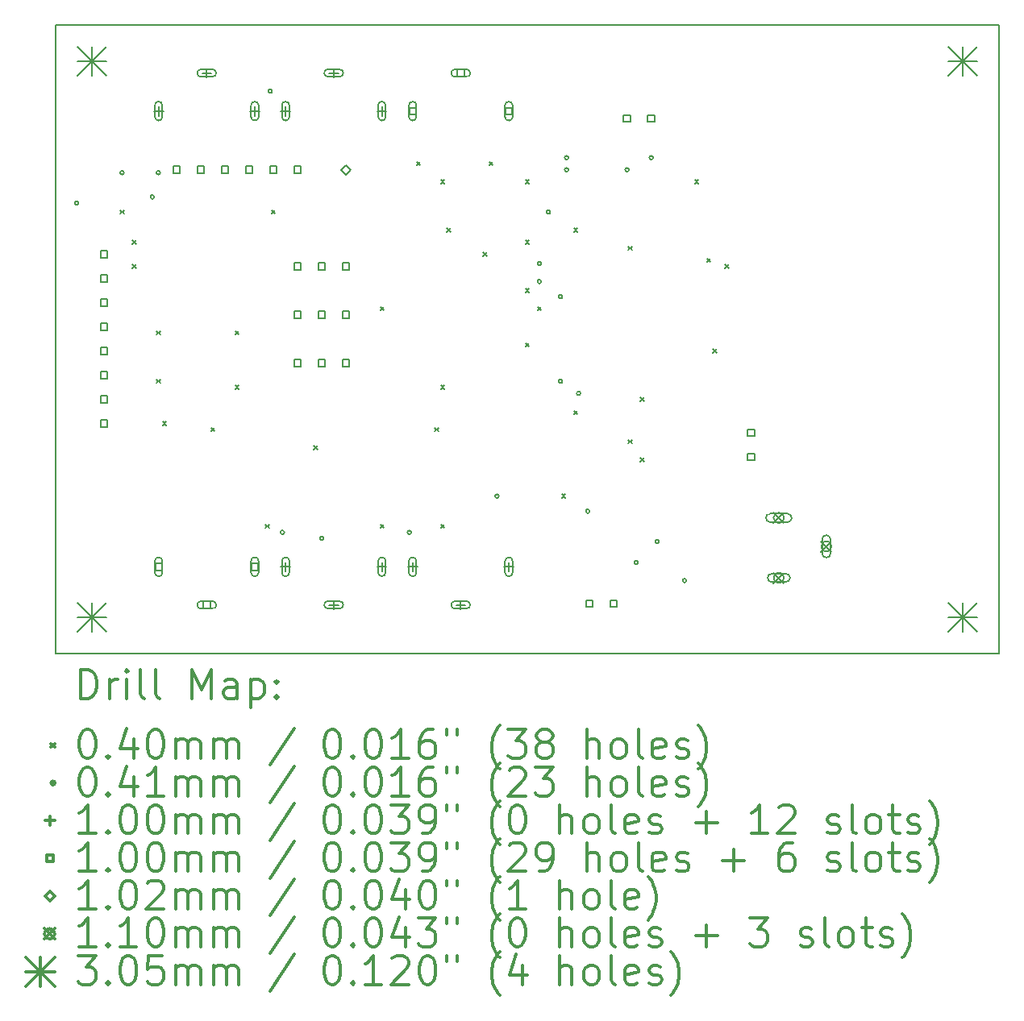
<source format=gbr>
%FSLAX45Y45*%
G04 Gerber Fmt 4.5, Leading zero omitted, Abs format (unit mm)*
G04 Created by KiCad (PCBNEW 4.0.7) date 09/19/17 21:00:15*
%MOMM*%
%LPD*%
G01*
G04 APERTURE LIST*
%ADD10C,0.127000*%
%ADD11C,0.150000*%
%ADD12C,0.200000*%
%ADD13C,0.300000*%
G04 APERTURE END LIST*
D10*
D11*
X9906000Y0D02*
X9906000Y6604000D01*
X0Y0D02*
X0Y6604000D01*
X9906000Y0D02*
X0Y0D01*
X0Y6604000D02*
X9906000Y6604000D01*
D12*
X678500Y4655500D02*
X718500Y4615500D01*
X718500Y4655500D02*
X678500Y4615500D01*
X805500Y4338000D02*
X845500Y4298000D01*
X845500Y4338000D02*
X805500Y4298000D01*
X805500Y4084000D02*
X845500Y4044000D01*
X845500Y4084000D02*
X805500Y4044000D01*
X1059500Y3385500D02*
X1099500Y3345500D01*
X1099500Y3385500D02*
X1059500Y3345500D01*
X1059500Y2877500D02*
X1099500Y2837500D01*
X1099500Y2877500D02*
X1059500Y2837500D01*
X1123000Y2433000D02*
X1163000Y2393000D01*
X1163000Y2433000D02*
X1123000Y2393000D01*
X1631000Y2369500D02*
X1671000Y2329500D01*
X1671000Y2369500D02*
X1631000Y2329500D01*
X1885000Y3385500D02*
X1925000Y3345500D01*
X1925000Y3385500D02*
X1885000Y3345500D01*
X1885000Y2814000D02*
X1925000Y2774000D01*
X1925000Y2814000D02*
X1885000Y2774000D01*
X2202500Y1353500D02*
X2242500Y1313500D01*
X2242500Y1353500D02*
X2202500Y1313500D01*
X2266000Y4655500D02*
X2306000Y4615500D01*
X2306000Y4655500D02*
X2266000Y4615500D01*
X2710500Y2179000D02*
X2750500Y2139000D01*
X2750500Y2179000D02*
X2710500Y2139000D01*
X3409000Y3639500D02*
X3449000Y3599500D01*
X3449000Y3639500D02*
X3409000Y3599500D01*
X3409000Y1353500D02*
X3449000Y1313500D01*
X3449000Y1353500D02*
X3409000Y1313500D01*
X3790000Y5163500D02*
X3830000Y5123500D01*
X3830000Y5163500D02*
X3790000Y5123500D01*
X3980500Y2369500D02*
X4020500Y2329500D01*
X4020500Y2369500D02*
X3980500Y2329500D01*
X4044000Y4973000D02*
X4084000Y4933000D01*
X4084000Y4973000D02*
X4044000Y4933000D01*
X4044000Y2814000D02*
X4084000Y2774000D01*
X4084000Y2814000D02*
X4044000Y2774000D01*
X4044000Y1353500D02*
X4084000Y1313500D01*
X4084000Y1353500D02*
X4044000Y1313500D01*
X4107500Y4465000D02*
X4147500Y4425000D01*
X4147500Y4465000D02*
X4107500Y4425000D01*
X4488500Y4211000D02*
X4528500Y4171000D01*
X4528500Y4211000D02*
X4488500Y4171000D01*
X4552000Y5163500D02*
X4592000Y5123500D01*
X4592000Y5163500D02*
X4552000Y5123500D01*
X4933000Y4973000D02*
X4973000Y4933000D01*
X4973000Y4973000D02*
X4933000Y4933000D01*
X4933000Y4338000D02*
X4973000Y4298000D01*
X4973000Y4338000D02*
X4933000Y4298000D01*
X4933000Y3830000D02*
X4973000Y3790000D01*
X4973000Y3830000D02*
X4933000Y3790000D01*
X4933000Y3258500D02*
X4973000Y3218500D01*
X4973000Y3258500D02*
X4933000Y3218500D01*
X5060000Y3639500D02*
X5100000Y3599500D01*
X5100000Y3639500D02*
X5060000Y3599500D01*
X5314000Y1671000D02*
X5354000Y1631000D01*
X5354000Y1671000D02*
X5314000Y1631000D01*
X5441000Y4465000D02*
X5481000Y4425000D01*
X5481000Y4465000D02*
X5441000Y4425000D01*
X5441000Y2547300D02*
X5481000Y2507300D01*
X5481000Y2547300D02*
X5441000Y2507300D01*
X6012500Y4274500D02*
X6052500Y4234500D01*
X6052500Y4274500D02*
X6012500Y4234500D01*
X6012500Y2242500D02*
X6052500Y2202500D01*
X6052500Y2242500D02*
X6012500Y2202500D01*
X6139500Y2687000D02*
X6179500Y2647000D01*
X6179500Y2687000D02*
X6139500Y2647000D01*
X6139500Y2052000D02*
X6179500Y2012000D01*
X6179500Y2052000D02*
X6139500Y2012000D01*
X6711000Y4973000D02*
X6751000Y4933000D01*
X6751000Y4973000D02*
X6711000Y4933000D01*
X6838000Y4147500D02*
X6878000Y4107500D01*
X6878000Y4147500D02*
X6838000Y4107500D01*
X6901500Y3195000D02*
X6941500Y3155000D01*
X6941500Y3195000D02*
X6901500Y3155000D01*
X7028500Y4084000D02*
X7068500Y4044000D01*
X7068500Y4084000D02*
X7028500Y4044000D01*
X242570Y4730750D02*
G75*
G03X242570Y4730750I-20320J0D01*
G01*
X718820Y5048250D02*
G75*
G03X718820Y5048250I-20320J0D01*
G01*
X1036320Y4794250D02*
G75*
G03X1036320Y4794250I-20320J0D01*
G01*
X1099820Y5048250D02*
G75*
G03X1099820Y5048250I-20320J0D01*
G01*
X2274570Y5905500D02*
G75*
G03X2274570Y5905500I-20320J0D01*
G01*
X2401570Y1270000D02*
G75*
G03X2401570Y1270000I-20320J0D01*
G01*
X2814320Y1206500D02*
G75*
G03X2814320Y1206500I-20320J0D01*
G01*
X3735070Y1270000D02*
G75*
G03X3735070Y1270000I-20320J0D01*
G01*
X4655820Y1651000D02*
G75*
G03X4655820Y1651000I-20320J0D01*
G01*
X5100320Y4095750D02*
G75*
G03X5100320Y4095750I-20320J0D01*
G01*
X5100320Y3905250D02*
G75*
G03X5100320Y3905250I-20320J0D01*
G01*
X5195570Y4635500D02*
G75*
G03X5195570Y4635500I-20320J0D01*
G01*
X5322570Y3746500D02*
G75*
G03X5322570Y3746500I-20320J0D01*
G01*
X5322570Y2857500D02*
G75*
G03X5322570Y2857500I-20320J0D01*
G01*
X5386070Y5207000D02*
G75*
G03X5386070Y5207000I-20320J0D01*
G01*
X5386070Y5080000D02*
G75*
G03X5386070Y5080000I-20320J0D01*
G01*
X5513070Y2730500D02*
G75*
G03X5513070Y2730500I-20320J0D01*
G01*
X5608320Y1492250D02*
G75*
G03X5608320Y1492250I-20320J0D01*
G01*
X6021070Y5080000D02*
G75*
G03X6021070Y5080000I-20320J0D01*
G01*
X6116320Y952500D02*
G75*
G03X6116320Y952500I-20320J0D01*
G01*
X6275070Y5207000D02*
G75*
G03X6275070Y5207000I-20320J0D01*
G01*
X6338570Y1174750D02*
G75*
G03X6338570Y1174750I-20320J0D01*
G01*
X6624320Y762000D02*
G75*
G03X6624320Y762000I-20320J0D01*
G01*
X1082040Y5745988D02*
X1082040Y5646420D01*
X1032256Y5696204D02*
X1131824Y5696204D01*
X1121824Y5636133D02*
X1121824Y5756275D01*
X1042256Y5636133D02*
X1042256Y5756275D01*
X1121824Y5756275D02*
G75*
G03X1042256Y5756275I-39784J0D01*
G01*
X1042256Y5636133D02*
G75*
G03X1121824Y5636133I39784J0D01*
G01*
X1587500Y6145784D02*
X1587500Y6046216D01*
X1537716Y6096000D02*
X1637284Y6096000D01*
X1647571Y6135784D02*
X1527429Y6135784D01*
X1647571Y6056216D02*
X1527429Y6056216D01*
X1527429Y6135784D02*
G75*
G03X1527429Y6056216I0J-39784D01*
G01*
X1647571Y6056216D02*
G75*
G03X1647571Y6135784I0J39784D01*
G01*
X2092960Y5745988D02*
X2092960Y5646420D01*
X2043176Y5696204D02*
X2142744Y5696204D01*
X2132744Y5636133D02*
X2132744Y5756275D01*
X2053176Y5636133D02*
X2053176Y5756275D01*
X2132744Y5756275D02*
G75*
G03X2053176Y5756275I-39784J0D01*
G01*
X2053176Y5636133D02*
G75*
G03X2132744Y5636133I39784J0D01*
G01*
X2415540Y5745988D02*
X2415540Y5646420D01*
X2365756Y5696204D02*
X2465324Y5696204D01*
X2455324Y5636133D02*
X2455324Y5756275D01*
X2375756Y5636133D02*
X2375756Y5756275D01*
X2455324Y5756275D02*
G75*
G03X2375756Y5756275I-39784J0D01*
G01*
X2375756Y5636133D02*
G75*
G03X2455324Y5636133I39784J0D01*
G01*
X2415540Y957580D02*
X2415540Y858012D01*
X2365756Y907796D02*
X2465324Y907796D01*
X2375756Y967867D02*
X2375756Y847725D01*
X2455324Y967867D02*
X2455324Y847725D01*
X2375756Y847725D02*
G75*
G03X2455324Y847725I39784J0D01*
G01*
X2455324Y967867D02*
G75*
G03X2375756Y967867I-39784J0D01*
G01*
X2921000Y6145784D02*
X2921000Y6046216D01*
X2871216Y6096000D02*
X2970784Y6096000D01*
X2981071Y6135784D02*
X2860929Y6135784D01*
X2981071Y6056216D02*
X2860929Y6056216D01*
X2860929Y6135784D02*
G75*
G03X2860929Y6056216I0J-39784D01*
G01*
X2981071Y6056216D02*
G75*
G03X2981071Y6135784I0J39784D01*
G01*
X2921000Y557784D02*
X2921000Y458216D01*
X2871216Y508000D02*
X2970784Y508000D01*
X2860929Y468216D02*
X2981071Y468216D01*
X2860929Y547784D02*
X2981071Y547784D01*
X2981071Y468216D02*
G75*
G03X2981071Y547784I0J39784D01*
G01*
X2860929Y547784D02*
G75*
G03X2860929Y468216I0J-39784D01*
G01*
X3426460Y5745988D02*
X3426460Y5646420D01*
X3376676Y5696204D02*
X3476244Y5696204D01*
X3466244Y5636133D02*
X3466244Y5756275D01*
X3386676Y5636133D02*
X3386676Y5756275D01*
X3466244Y5756275D02*
G75*
G03X3386676Y5756275I-39784J0D01*
G01*
X3386676Y5636133D02*
G75*
G03X3466244Y5636133I39784J0D01*
G01*
X3426460Y957580D02*
X3426460Y858012D01*
X3376676Y907796D02*
X3476244Y907796D01*
X3386676Y967867D02*
X3386676Y847725D01*
X3466244Y967867D02*
X3466244Y847725D01*
X3386676Y847725D02*
G75*
G03X3466244Y847725I39784J0D01*
G01*
X3466244Y967867D02*
G75*
G03X3386676Y967867I-39784J0D01*
G01*
X3749040Y957580D02*
X3749040Y858012D01*
X3699256Y907796D02*
X3798824Y907796D01*
X3709256Y967867D02*
X3709256Y847725D01*
X3788824Y967867D02*
X3788824Y847725D01*
X3709256Y847725D02*
G75*
G03X3788824Y847725I39784J0D01*
G01*
X3788824Y967867D02*
G75*
G03X3709256Y967867I-39784J0D01*
G01*
X4254500Y557784D02*
X4254500Y458216D01*
X4204716Y508000D02*
X4304284Y508000D01*
X4194429Y468216D02*
X4314571Y468216D01*
X4194429Y547784D02*
X4314571Y547784D01*
X4314571Y468216D02*
G75*
G03X4314571Y547784I0J39784D01*
G01*
X4194429Y547784D02*
G75*
G03X4194429Y468216I0J-39784D01*
G01*
X4759960Y957580D02*
X4759960Y858012D01*
X4710176Y907796D02*
X4809744Y907796D01*
X4720176Y967867D02*
X4720176Y847725D01*
X4799744Y967867D02*
X4799744Y847725D01*
X4720176Y847725D02*
G75*
G03X4799744Y847725I39784J0D01*
G01*
X4799744Y967867D02*
G75*
G03X4720176Y967867I-39784J0D01*
G01*
X543356Y4155644D02*
X543356Y4226356D01*
X472644Y4226356D01*
X472644Y4155644D01*
X543356Y4155644D01*
X543356Y3901644D02*
X543356Y3972356D01*
X472644Y3972356D01*
X472644Y3901644D01*
X543356Y3901644D01*
X543356Y3647644D02*
X543356Y3718356D01*
X472644Y3718356D01*
X472644Y3647644D01*
X543356Y3647644D01*
X543356Y3393644D02*
X543356Y3464356D01*
X472644Y3464356D01*
X472644Y3393644D01*
X543356Y3393644D01*
X543356Y3139644D02*
X543356Y3210356D01*
X472644Y3210356D01*
X472644Y3139644D01*
X543356Y3139644D01*
X543356Y2885644D02*
X543356Y2956356D01*
X472644Y2956356D01*
X472644Y2885644D01*
X543356Y2885644D01*
X543356Y2631644D02*
X543356Y2702356D01*
X472644Y2702356D01*
X472644Y2631644D01*
X543356Y2631644D01*
X543356Y2377644D02*
X543356Y2448356D01*
X472644Y2448356D01*
X472644Y2377644D01*
X543356Y2377644D01*
X1117856Y872644D02*
X1117856Y943356D01*
X1047144Y943356D01*
X1047144Y872644D01*
X1117856Y872644D01*
X1042500Y968000D02*
X1042500Y848000D01*
X1122500Y968000D02*
X1122500Y848000D01*
X1042500Y848000D02*
G75*
G03X1122500Y848000I40000J0D01*
G01*
X1122500Y968000D02*
G75*
G03X1042500Y968000I-40000J0D01*
G01*
X1305356Y5044644D02*
X1305356Y5115356D01*
X1234644Y5115356D01*
X1234644Y5044644D01*
X1305356Y5044644D01*
X1559356Y5044644D02*
X1559356Y5115356D01*
X1488644Y5115356D01*
X1488644Y5044644D01*
X1559356Y5044644D01*
X1622856Y472644D02*
X1622856Y543356D01*
X1552144Y543356D01*
X1552144Y472644D01*
X1622856Y472644D01*
X1527500Y468000D02*
X1647500Y468000D01*
X1527500Y548000D02*
X1647500Y548000D01*
X1647500Y468000D02*
G75*
G03X1647500Y548000I0J40000D01*
G01*
X1527500Y548000D02*
G75*
G03X1527500Y468000I0J-40000D01*
G01*
X1813356Y5044644D02*
X1813356Y5115356D01*
X1742644Y5115356D01*
X1742644Y5044644D01*
X1813356Y5044644D01*
X2067356Y5044644D02*
X2067356Y5115356D01*
X1996644Y5115356D01*
X1996644Y5044644D01*
X2067356Y5044644D01*
X2127856Y872644D02*
X2127856Y943356D01*
X2057144Y943356D01*
X2057144Y872644D01*
X2127856Y872644D01*
X2052500Y968000D02*
X2052500Y848000D01*
X2132500Y968000D02*
X2132500Y848000D01*
X2052500Y848000D02*
G75*
G03X2132500Y848000I40000J0D01*
G01*
X2132500Y968000D02*
G75*
G03X2052500Y968000I-40000J0D01*
G01*
X2321356Y5044644D02*
X2321356Y5115356D01*
X2250644Y5115356D01*
X2250644Y5044644D01*
X2321356Y5044644D01*
X2575356Y5044644D02*
X2575356Y5115356D01*
X2504644Y5115356D01*
X2504644Y5044644D01*
X2575356Y5044644D01*
X2575356Y4028644D02*
X2575356Y4099356D01*
X2504644Y4099356D01*
X2504644Y4028644D01*
X2575356Y4028644D01*
X2575356Y3520644D02*
X2575356Y3591356D01*
X2504644Y3591356D01*
X2504644Y3520644D01*
X2575356Y3520644D01*
X2575356Y3012644D02*
X2575356Y3083356D01*
X2504644Y3083356D01*
X2504644Y3012644D01*
X2575356Y3012644D01*
X2829356Y4028644D02*
X2829356Y4099356D01*
X2758644Y4099356D01*
X2758644Y4028644D01*
X2829356Y4028644D01*
X2829356Y3520644D02*
X2829356Y3591356D01*
X2758644Y3591356D01*
X2758644Y3520644D01*
X2829356Y3520644D01*
X2829356Y3012644D02*
X2829356Y3083356D01*
X2758644Y3083356D01*
X2758644Y3012644D01*
X2829356Y3012644D01*
X3083356Y4028644D02*
X3083356Y4099356D01*
X3012644Y4099356D01*
X3012644Y4028644D01*
X3083356Y4028644D01*
X3083356Y3520644D02*
X3083356Y3591356D01*
X3012644Y3591356D01*
X3012644Y3520644D01*
X3083356Y3520644D01*
X3083356Y3012644D02*
X3083356Y3083356D01*
X3012644Y3083356D01*
X3012644Y3012644D01*
X3083356Y3012644D01*
X3784856Y5660644D02*
X3784856Y5731356D01*
X3714144Y5731356D01*
X3714144Y5660644D01*
X3784856Y5660644D01*
X3789500Y5636000D02*
X3789500Y5756000D01*
X3709500Y5636000D02*
X3709500Y5756000D01*
X3789500Y5756000D02*
G75*
G03X3709500Y5756000I-40000J0D01*
G01*
X3709500Y5636000D02*
G75*
G03X3789500Y5636000I40000J0D01*
G01*
X4289856Y6060644D02*
X4289856Y6131356D01*
X4219144Y6131356D01*
X4219144Y6060644D01*
X4289856Y6060644D01*
X4314500Y6136000D02*
X4194500Y6136000D01*
X4314500Y6056000D02*
X4194500Y6056000D01*
X4194500Y6136000D02*
G75*
G03X4194500Y6056000I0J-40000D01*
G01*
X4314500Y6056000D02*
G75*
G03X4314500Y6136000I0J40000D01*
G01*
X4794856Y5660644D02*
X4794856Y5731356D01*
X4724144Y5731356D01*
X4724144Y5660644D01*
X4794856Y5660644D01*
X4799500Y5636000D02*
X4799500Y5756000D01*
X4719500Y5636000D02*
X4719500Y5756000D01*
X4799500Y5756000D02*
G75*
G03X4719500Y5756000I-40000J0D01*
G01*
X4719500Y5636000D02*
G75*
G03X4799500Y5636000I40000J0D01*
G01*
X5639231Y488519D02*
X5639231Y559231D01*
X5568519Y559231D01*
X5568519Y488519D01*
X5639231Y488519D01*
X5893231Y488519D02*
X5893231Y559231D01*
X5822519Y559231D01*
X5822519Y488519D01*
X5893231Y488519D01*
X6036106Y5584394D02*
X6036106Y5655106D01*
X5965394Y5655106D01*
X5965394Y5584394D01*
X6036106Y5584394D01*
X6290106Y5584394D02*
X6290106Y5655106D01*
X6219394Y5655106D01*
X6219394Y5584394D01*
X6290106Y5584394D01*
X7337856Y2282394D02*
X7337856Y2353106D01*
X7267144Y2353106D01*
X7267144Y2282394D01*
X7337856Y2282394D01*
X7337856Y2028394D02*
X7337856Y2099106D01*
X7267144Y2099106D01*
X7267144Y2028394D01*
X7337856Y2028394D01*
X3048000Y5029200D02*
X3098800Y5080000D01*
X3048000Y5130800D01*
X2997200Y5080000D01*
X3048000Y5029200D01*
X7539600Y1477400D02*
X7649600Y1367400D01*
X7649600Y1477400D02*
X7539600Y1367400D01*
X7649600Y1422400D02*
G75*
G03X7649600Y1422400I-55000J0D01*
G01*
X7504600Y1377400D02*
X7684600Y1377400D01*
X7504600Y1467400D02*
X7684600Y1467400D01*
X7684600Y1377400D02*
G75*
G03X7684600Y1467400I0J45000D01*
G01*
X7504600Y1467400D02*
G75*
G03X7504600Y1377400I0J-45000D01*
G01*
X7539600Y847400D02*
X7649600Y737400D01*
X7649600Y847400D02*
X7539600Y737400D01*
X7649600Y792400D02*
G75*
G03X7649600Y792400I-55000J0D01*
G01*
X7522600Y747400D02*
X7666600Y747400D01*
X7522600Y837400D02*
X7666600Y837400D01*
X7666600Y747400D02*
G75*
G03X7666600Y837400I0J45000D01*
G01*
X7522600Y837400D02*
G75*
G03X7522600Y747400I0J-45000D01*
G01*
X8039600Y1177400D02*
X8149600Y1067400D01*
X8149600Y1177400D02*
X8039600Y1067400D01*
X8149600Y1122400D02*
G75*
G03X8149600Y1122400I-55000J0D01*
G01*
X8139600Y1050400D02*
X8139600Y1194400D01*
X8049600Y1050400D02*
X8049600Y1194400D01*
X8139600Y1194400D02*
G75*
G03X8049600Y1194400I-45000J0D01*
G01*
X8049600Y1050400D02*
G75*
G03X8139600Y1050400I45000J0D01*
G01*
X228600Y6375400D02*
X533400Y6070600D01*
X533400Y6375400D02*
X228600Y6070600D01*
X381000Y6375400D02*
X381000Y6070600D01*
X228600Y6223000D02*
X533400Y6223000D01*
X228600Y533400D02*
X533400Y228600D01*
X533400Y533400D02*
X228600Y228600D01*
X381000Y533400D02*
X381000Y228600D01*
X228600Y381000D02*
X533400Y381000D01*
X9372600Y6375400D02*
X9677400Y6070600D01*
X9677400Y6375400D02*
X9372600Y6070600D01*
X9525000Y6375400D02*
X9525000Y6070600D01*
X9372600Y6223000D02*
X9677400Y6223000D01*
X9372600Y533400D02*
X9677400Y228600D01*
X9677400Y533400D02*
X9372600Y228600D01*
X9525000Y533400D02*
X9525000Y228600D01*
X9372600Y381000D02*
X9677400Y381000D01*
D13*
X263929Y-473214D02*
X263929Y-173214D01*
X335357Y-173214D01*
X378214Y-187500D01*
X406786Y-216071D01*
X421071Y-244643D01*
X435357Y-301786D01*
X435357Y-344643D01*
X421071Y-401786D01*
X406786Y-430357D01*
X378214Y-458929D01*
X335357Y-473214D01*
X263929Y-473214D01*
X563929Y-473214D02*
X563929Y-273214D01*
X563929Y-330357D02*
X578214Y-301786D01*
X592500Y-287500D01*
X621071Y-273214D01*
X649643Y-273214D01*
X749643Y-473214D02*
X749643Y-273214D01*
X749643Y-173214D02*
X735357Y-187500D01*
X749643Y-201786D01*
X763928Y-187500D01*
X749643Y-173214D01*
X749643Y-201786D01*
X935357Y-473214D02*
X906786Y-458929D01*
X892500Y-430357D01*
X892500Y-173214D01*
X1092500Y-473214D02*
X1063929Y-458929D01*
X1049643Y-430357D01*
X1049643Y-173214D01*
X1435357Y-473214D02*
X1435357Y-173214D01*
X1535357Y-387500D01*
X1635357Y-173214D01*
X1635357Y-473214D01*
X1906786Y-473214D02*
X1906786Y-316072D01*
X1892500Y-287500D01*
X1863928Y-273214D01*
X1806786Y-273214D01*
X1778214Y-287500D01*
X1906786Y-458929D02*
X1878214Y-473214D01*
X1806786Y-473214D01*
X1778214Y-458929D01*
X1763928Y-430357D01*
X1763928Y-401786D01*
X1778214Y-373214D01*
X1806786Y-358929D01*
X1878214Y-358929D01*
X1906786Y-344643D01*
X2049643Y-273214D02*
X2049643Y-573214D01*
X2049643Y-287500D02*
X2078214Y-273214D01*
X2135357Y-273214D01*
X2163929Y-287500D01*
X2178214Y-301786D01*
X2192500Y-330357D01*
X2192500Y-416071D01*
X2178214Y-444643D01*
X2163929Y-458929D01*
X2135357Y-473214D01*
X2078214Y-473214D01*
X2049643Y-458929D01*
X2321071Y-444643D02*
X2335357Y-458929D01*
X2321071Y-473214D01*
X2306786Y-458929D01*
X2321071Y-444643D01*
X2321071Y-473214D01*
X2321071Y-287500D02*
X2335357Y-301786D01*
X2321071Y-316072D01*
X2306786Y-301786D01*
X2321071Y-287500D01*
X2321071Y-316072D01*
X-47500Y-947500D02*
X-7500Y-987500D01*
X-7500Y-947500D02*
X-47500Y-987500D01*
X321071Y-803214D02*
X349643Y-803214D01*
X378214Y-817500D01*
X392500Y-831786D01*
X406786Y-860357D01*
X421071Y-917500D01*
X421071Y-988929D01*
X406786Y-1046071D01*
X392500Y-1074643D01*
X378214Y-1088929D01*
X349643Y-1103214D01*
X321071Y-1103214D01*
X292500Y-1088929D01*
X278214Y-1074643D01*
X263929Y-1046071D01*
X249643Y-988929D01*
X249643Y-917500D01*
X263929Y-860357D01*
X278214Y-831786D01*
X292500Y-817500D01*
X321071Y-803214D01*
X549643Y-1074643D02*
X563929Y-1088929D01*
X549643Y-1103214D01*
X535357Y-1088929D01*
X549643Y-1074643D01*
X549643Y-1103214D01*
X821071Y-903214D02*
X821071Y-1103214D01*
X749643Y-788929D02*
X678214Y-1003214D01*
X863928Y-1003214D01*
X1035357Y-803214D02*
X1063929Y-803214D01*
X1092500Y-817500D01*
X1106786Y-831786D01*
X1121071Y-860357D01*
X1135357Y-917500D01*
X1135357Y-988929D01*
X1121071Y-1046071D01*
X1106786Y-1074643D01*
X1092500Y-1088929D01*
X1063929Y-1103214D01*
X1035357Y-1103214D01*
X1006786Y-1088929D01*
X992500Y-1074643D01*
X978214Y-1046071D01*
X963928Y-988929D01*
X963928Y-917500D01*
X978214Y-860357D01*
X992500Y-831786D01*
X1006786Y-817500D01*
X1035357Y-803214D01*
X1263929Y-1103214D02*
X1263929Y-903214D01*
X1263929Y-931786D02*
X1278214Y-917500D01*
X1306786Y-903214D01*
X1349643Y-903214D01*
X1378214Y-917500D01*
X1392500Y-946071D01*
X1392500Y-1103214D01*
X1392500Y-946071D02*
X1406786Y-917500D01*
X1435357Y-903214D01*
X1478214Y-903214D01*
X1506786Y-917500D01*
X1521071Y-946071D01*
X1521071Y-1103214D01*
X1663928Y-1103214D02*
X1663928Y-903214D01*
X1663928Y-931786D02*
X1678214Y-917500D01*
X1706786Y-903214D01*
X1749643Y-903214D01*
X1778214Y-917500D01*
X1792500Y-946071D01*
X1792500Y-1103214D01*
X1792500Y-946071D02*
X1806786Y-917500D01*
X1835357Y-903214D01*
X1878214Y-903214D01*
X1906786Y-917500D01*
X1921071Y-946071D01*
X1921071Y-1103214D01*
X2506786Y-788929D02*
X2249643Y-1174643D01*
X2892500Y-803214D02*
X2921071Y-803214D01*
X2949643Y-817500D01*
X2963928Y-831786D01*
X2978214Y-860357D01*
X2992500Y-917500D01*
X2992500Y-988929D01*
X2978214Y-1046071D01*
X2963928Y-1074643D01*
X2949643Y-1088929D01*
X2921071Y-1103214D01*
X2892500Y-1103214D01*
X2863928Y-1088929D01*
X2849643Y-1074643D01*
X2835357Y-1046071D01*
X2821071Y-988929D01*
X2821071Y-917500D01*
X2835357Y-860357D01*
X2849643Y-831786D01*
X2863928Y-817500D01*
X2892500Y-803214D01*
X3121071Y-1074643D02*
X3135357Y-1088929D01*
X3121071Y-1103214D01*
X3106786Y-1088929D01*
X3121071Y-1074643D01*
X3121071Y-1103214D01*
X3321071Y-803214D02*
X3349643Y-803214D01*
X3378214Y-817500D01*
X3392500Y-831786D01*
X3406785Y-860357D01*
X3421071Y-917500D01*
X3421071Y-988929D01*
X3406785Y-1046071D01*
X3392500Y-1074643D01*
X3378214Y-1088929D01*
X3349643Y-1103214D01*
X3321071Y-1103214D01*
X3292500Y-1088929D01*
X3278214Y-1074643D01*
X3263928Y-1046071D01*
X3249643Y-988929D01*
X3249643Y-917500D01*
X3263928Y-860357D01*
X3278214Y-831786D01*
X3292500Y-817500D01*
X3321071Y-803214D01*
X3706785Y-1103214D02*
X3535357Y-1103214D01*
X3621071Y-1103214D02*
X3621071Y-803214D01*
X3592500Y-846071D01*
X3563928Y-874643D01*
X3535357Y-888929D01*
X3963928Y-803214D02*
X3906785Y-803214D01*
X3878214Y-817500D01*
X3863928Y-831786D01*
X3835357Y-874643D01*
X3821071Y-931786D01*
X3821071Y-1046071D01*
X3835357Y-1074643D01*
X3849643Y-1088929D01*
X3878214Y-1103214D01*
X3935357Y-1103214D01*
X3963928Y-1088929D01*
X3978214Y-1074643D01*
X3992500Y-1046071D01*
X3992500Y-974643D01*
X3978214Y-946071D01*
X3963928Y-931786D01*
X3935357Y-917500D01*
X3878214Y-917500D01*
X3849643Y-931786D01*
X3835357Y-946071D01*
X3821071Y-974643D01*
X4106786Y-803214D02*
X4106786Y-860357D01*
X4221071Y-803214D02*
X4221071Y-860357D01*
X4663928Y-1217500D02*
X4649643Y-1203214D01*
X4621071Y-1160357D01*
X4606786Y-1131786D01*
X4592500Y-1088929D01*
X4578214Y-1017500D01*
X4578214Y-960357D01*
X4592500Y-888929D01*
X4606786Y-846071D01*
X4621071Y-817500D01*
X4649643Y-774643D01*
X4663928Y-760357D01*
X4749643Y-803214D02*
X4935357Y-803214D01*
X4835357Y-917500D01*
X4878214Y-917500D01*
X4906786Y-931786D01*
X4921071Y-946071D01*
X4935357Y-974643D01*
X4935357Y-1046071D01*
X4921071Y-1074643D01*
X4906786Y-1088929D01*
X4878214Y-1103214D01*
X4792500Y-1103214D01*
X4763928Y-1088929D01*
X4749643Y-1074643D01*
X5106786Y-931786D02*
X5078214Y-917500D01*
X5063928Y-903214D01*
X5049643Y-874643D01*
X5049643Y-860357D01*
X5063928Y-831786D01*
X5078214Y-817500D01*
X5106786Y-803214D01*
X5163928Y-803214D01*
X5192500Y-817500D01*
X5206786Y-831786D01*
X5221071Y-860357D01*
X5221071Y-874643D01*
X5206786Y-903214D01*
X5192500Y-917500D01*
X5163928Y-931786D01*
X5106786Y-931786D01*
X5078214Y-946071D01*
X5063928Y-960357D01*
X5049643Y-988929D01*
X5049643Y-1046071D01*
X5063928Y-1074643D01*
X5078214Y-1088929D01*
X5106786Y-1103214D01*
X5163928Y-1103214D01*
X5192500Y-1088929D01*
X5206786Y-1074643D01*
X5221071Y-1046071D01*
X5221071Y-988929D01*
X5206786Y-960357D01*
X5192500Y-946071D01*
X5163928Y-931786D01*
X5578214Y-1103214D02*
X5578214Y-803214D01*
X5706785Y-1103214D02*
X5706785Y-946071D01*
X5692500Y-917500D01*
X5663928Y-903214D01*
X5621071Y-903214D01*
X5592500Y-917500D01*
X5578214Y-931786D01*
X5892500Y-1103214D02*
X5863928Y-1088929D01*
X5849643Y-1074643D01*
X5835357Y-1046071D01*
X5835357Y-960357D01*
X5849643Y-931786D01*
X5863928Y-917500D01*
X5892500Y-903214D01*
X5935357Y-903214D01*
X5963928Y-917500D01*
X5978214Y-931786D01*
X5992500Y-960357D01*
X5992500Y-1046071D01*
X5978214Y-1074643D01*
X5963928Y-1088929D01*
X5935357Y-1103214D01*
X5892500Y-1103214D01*
X6163928Y-1103214D02*
X6135357Y-1088929D01*
X6121071Y-1060357D01*
X6121071Y-803214D01*
X6392500Y-1088929D02*
X6363928Y-1103214D01*
X6306786Y-1103214D01*
X6278214Y-1088929D01*
X6263928Y-1060357D01*
X6263928Y-946071D01*
X6278214Y-917500D01*
X6306786Y-903214D01*
X6363928Y-903214D01*
X6392500Y-917500D01*
X6406786Y-946071D01*
X6406786Y-974643D01*
X6263928Y-1003214D01*
X6521071Y-1088929D02*
X6549643Y-1103214D01*
X6606786Y-1103214D01*
X6635357Y-1088929D01*
X6649643Y-1060357D01*
X6649643Y-1046071D01*
X6635357Y-1017500D01*
X6606786Y-1003214D01*
X6563928Y-1003214D01*
X6535357Y-988929D01*
X6521071Y-960357D01*
X6521071Y-946071D01*
X6535357Y-917500D01*
X6563928Y-903214D01*
X6606786Y-903214D01*
X6635357Y-917500D01*
X6749643Y-1217500D02*
X6763928Y-1203214D01*
X6792500Y-1160357D01*
X6806786Y-1131786D01*
X6821071Y-1088929D01*
X6835357Y-1017500D01*
X6835357Y-960357D01*
X6821071Y-888929D01*
X6806786Y-846071D01*
X6792500Y-817500D01*
X6763928Y-774643D01*
X6749643Y-760357D01*
X-7500Y-1363500D02*
G75*
G03X-7500Y-1363500I-20320J0D01*
G01*
X321071Y-1199214D02*
X349643Y-1199214D01*
X378214Y-1213500D01*
X392500Y-1227786D01*
X406786Y-1256357D01*
X421071Y-1313500D01*
X421071Y-1384929D01*
X406786Y-1442071D01*
X392500Y-1470643D01*
X378214Y-1484929D01*
X349643Y-1499214D01*
X321071Y-1499214D01*
X292500Y-1484929D01*
X278214Y-1470643D01*
X263929Y-1442071D01*
X249643Y-1384929D01*
X249643Y-1313500D01*
X263929Y-1256357D01*
X278214Y-1227786D01*
X292500Y-1213500D01*
X321071Y-1199214D01*
X549643Y-1470643D02*
X563929Y-1484929D01*
X549643Y-1499214D01*
X535357Y-1484929D01*
X549643Y-1470643D01*
X549643Y-1499214D01*
X821071Y-1299214D02*
X821071Y-1499214D01*
X749643Y-1184929D02*
X678214Y-1399214D01*
X863928Y-1399214D01*
X1135357Y-1499214D02*
X963928Y-1499214D01*
X1049643Y-1499214D02*
X1049643Y-1199214D01*
X1021071Y-1242072D01*
X992500Y-1270643D01*
X963928Y-1284929D01*
X1263929Y-1499214D02*
X1263929Y-1299214D01*
X1263929Y-1327786D02*
X1278214Y-1313500D01*
X1306786Y-1299214D01*
X1349643Y-1299214D01*
X1378214Y-1313500D01*
X1392500Y-1342072D01*
X1392500Y-1499214D01*
X1392500Y-1342072D02*
X1406786Y-1313500D01*
X1435357Y-1299214D01*
X1478214Y-1299214D01*
X1506786Y-1313500D01*
X1521071Y-1342072D01*
X1521071Y-1499214D01*
X1663928Y-1499214D02*
X1663928Y-1299214D01*
X1663928Y-1327786D02*
X1678214Y-1313500D01*
X1706786Y-1299214D01*
X1749643Y-1299214D01*
X1778214Y-1313500D01*
X1792500Y-1342072D01*
X1792500Y-1499214D01*
X1792500Y-1342072D02*
X1806786Y-1313500D01*
X1835357Y-1299214D01*
X1878214Y-1299214D01*
X1906786Y-1313500D01*
X1921071Y-1342072D01*
X1921071Y-1499214D01*
X2506786Y-1184929D02*
X2249643Y-1570643D01*
X2892500Y-1199214D02*
X2921071Y-1199214D01*
X2949643Y-1213500D01*
X2963928Y-1227786D01*
X2978214Y-1256357D01*
X2992500Y-1313500D01*
X2992500Y-1384929D01*
X2978214Y-1442071D01*
X2963928Y-1470643D01*
X2949643Y-1484929D01*
X2921071Y-1499214D01*
X2892500Y-1499214D01*
X2863928Y-1484929D01*
X2849643Y-1470643D01*
X2835357Y-1442071D01*
X2821071Y-1384929D01*
X2821071Y-1313500D01*
X2835357Y-1256357D01*
X2849643Y-1227786D01*
X2863928Y-1213500D01*
X2892500Y-1199214D01*
X3121071Y-1470643D02*
X3135357Y-1484929D01*
X3121071Y-1499214D01*
X3106786Y-1484929D01*
X3121071Y-1470643D01*
X3121071Y-1499214D01*
X3321071Y-1199214D02*
X3349643Y-1199214D01*
X3378214Y-1213500D01*
X3392500Y-1227786D01*
X3406785Y-1256357D01*
X3421071Y-1313500D01*
X3421071Y-1384929D01*
X3406785Y-1442071D01*
X3392500Y-1470643D01*
X3378214Y-1484929D01*
X3349643Y-1499214D01*
X3321071Y-1499214D01*
X3292500Y-1484929D01*
X3278214Y-1470643D01*
X3263928Y-1442071D01*
X3249643Y-1384929D01*
X3249643Y-1313500D01*
X3263928Y-1256357D01*
X3278214Y-1227786D01*
X3292500Y-1213500D01*
X3321071Y-1199214D01*
X3706785Y-1499214D02*
X3535357Y-1499214D01*
X3621071Y-1499214D02*
X3621071Y-1199214D01*
X3592500Y-1242072D01*
X3563928Y-1270643D01*
X3535357Y-1284929D01*
X3963928Y-1199214D02*
X3906785Y-1199214D01*
X3878214Y-1213500D01*
X3863928Y-1227786D01*
X3835357Y-1270643D01*
X3821071Y-1327786D01*
X3821071Y-1442071D01*
X3835357Y-1470643D01*
X3849643Y-1484929D01*
X3878214Y-1499214D01*
X3935357Y-1499214D01*
X3963928Y-1484929D01*
X3978214Y-1470643D01*
X3992500Y-1442071D01*
X3992500Y-1370643D01*
X3978214Y-1342072D01*
X3963928Y-1327786D01*
X3935357Y-1313500D01*
X3878214Y-1313500D01*
X3849643Y-1327786D01*
X3835357Y-1342072D01*
X3821071Y-1370643D01*
X4106786Y-1199214D02*
X4106786Y-1256357D01*
X4221071Y-1199214D02*
X4221071Y-1256357D01*
X4663928Y-1613500D02*
X4649643Y-1599214D01*
X4621071Y-1556357D01*
X4606786Y-1527786D01*
X4592500Y-1484929D01*
X4578214Y-1413500D01*
X4578214Y-1356357D01*
X4592500Y-1284929D01*
X4606786Y-1242072D01*
X4621071Y-1213500D01*
X4649643Y-1170643D01*
X4663928Y-1156357D01*
X4763928Y-1227786D02*
X4778214Y-1213500D01*
X4806786Y-1199214D01*
X4878214Y-1199214D01*
X4906786Y-1213500D01*
X4921071Y-1227786D01*
X4935357Y-1256357D01*
X4935357Y-1284929D01*
X4921071Y-1327786D01*
X4749643Y-1499214D01*
X4935357Y-1499214D01*
X5035357Y-1199214D02*
X5221071Y-1199214D01*
X5121071Y-1313500D01*
X5163928Y-1313500D01*
X5192500Y-1327786D01*
X5206786Y-1342072D01*
X5221071Y-1370643D01*
X5221071Y-1442071D01*
X5206786Y-1470643D01*
X5192500Y-1484929D01*
X5163928Y-1499214D01*
X5078214Y-1499214D01*
X5049643Y-1484929D01*
X5035357Y-1470643D01*
X5578214Y-1499214D02*
X5578214Y-1199214D01*
X5706785Y-1499214D02*
X5706785Y-1342072D01*
X5692500Y-1313500D01*
X5663928Y-1299214D01*
X5621071Y-1299214D01*
X5592500Y-1313500D01*
X5578214Y-1327786D01*
X5892500Y-1499214D02*
X5863928Y-1484929D01*
X5849643Y-1470643D01*
X5835357Y-1442071D01*
X5835357Y-1356357D01*
X5849643Y-1327786D01*
X5863928Y-1313500D01*
X5892500Y-1299214D01*
X5935357Y-1299214D01*
X5963928Y-1313500D01*
X5978214Y-1327786D01*
X5992500Y-1356357D01*
X5992500Y-1442071D01*
X5978214Y-1470643D01*
X5963928Y-1484929D01*
X5935357Y-1499214D01*
X5892500Y-1499214D01*
X6163928Y-1499214D02*
X6135357Y-1484929D01*
X6121071Y-1456357D01*
X6121071Y-1199214D01*
X6392500Y-1484929D02*
X6363928Y-1499214D01*
X6306786Y-1499214D01*
X6278214Y-1484929D01*
X6263928Y-1456357D01*
X6263928Y-1342072D01*
X6278214Y-1313500D01*
X6306786Y-1299214D01*
X6363928Y-1299214D01*
X6392500Y-1313500D01*
X6406786Y-1342072D01*
X6406786Y-1370643D01*
X6263928Y-1399214D01*
X6521071Y-1484929D02*
X6549643Y-1499214D01*
X6606786Y-1499214D01*
X6635357Y-1484929D01*
X6649643Y-1456357D01*
X6649643Y-1442071D01*
X6635357Y-1413500D01*
X6606786Y-1399214D01*
X6563928Y-1399214D01*
X6535357Y-1384929D01*
X6521071Y-1356357D01*
X6521071Y-1342072D01*
X6535357Y-1313500D01*
X6563928Y-1299214D01*
X6606786Y-1299214D01*
X6635357Y-1313500D01*
X6749643Y-1613500D02*
X6763928Y-1599214D01*
X6792500Y-1556357D01*
X6806786Y-1527786D01*
X6821071Y-1484929D01*
X6835357Y-1413500D01*
X6835357Y-1356357D01*
X6821071Y-1284929D01*
X6806786Y-1242072D01*
X6792500Y-1213500D01*
X6763928Y-1170643D01*
X6749643Y-1156357D01*
X-57284Y-1709716D02*
X-57284Y-1809284D01*
X-107068Y-1759500D02*
X-7500Y-1759500D01*
X421071Y-1895214D02*
X249643Y-1895214D01*
X335357Y-1895214D02*
X335357Y-1595214D01*
X306786Y-1638071D01*
X278214Y-1666643D01*
X249643Y-1680929D01*
X549643Y-1866643D02*
X563929Y-1880929D01*
X549643Y-1895214D01*
X535357Y-1880929D01*
X549643Y-1866643D01*
X549643Y-1895214D01*
X749643Y-1595214D02*
X778214Y-1595214D01*
X806786Y-1609500D01*
X821071Y-1623786D01*
X835357Y-1652357D01*
X849643Y-1709500D01*
X849643Y-1780929D01*
X835357Y-1838071D01*
X821071Y-1866643D01*
X806786Y-1880929D01*
X778214Y-1895214D01*
X749643Y-1895214D01*
X721071Y-1880929D01*
X706786Y-1866643D01*
X692500Y-1838071D01*
X678214Y-1780929D01*
X678214Y-1709500D01*
X692500Y-1652357D01*
X706786Y-1623786D01*
X721071Y-1609500D01*
X749643Y-1595214D01*
X1035357Y-1595214D02*
X1063929Y-1595214D01*
X1092500Y-1609500D01*
X1106786Y-1623786D01*
X1121071Y-1652357D01*
X1135357Y-1709500D01*
X1135357Y-1780929D01*
X1121071Y-1838071D01*
X1106786Y-1866643D01*
X1092500Y-1880929D01*
X1063929Y-1895214D01*
X1035357Y-1895214D01*
X1006786Y-1880929D01*
X992500Y-1866643D01*
X978214Y-1838071D01*
X963928Y-1780929D01*
X963928Y-1709500D01*
X978214Y-1652357D01*
X992500Y-1623786D01*
X1006786Y-1609500D01*
X1035357Y-1595214D01*
X1263929Y-1895214D02*
X1263929Y-1695214D01*
X1263929Y-1723786D02*
X1278214Y-1709500D01*
X1306786Y-1695214D01*
X1349643Y-1695214D01*
X1378214Y-1709500D01*
X1392500Y-1738071D01*
X1392500Y-1895214D01*
X1392500Y-1738071D02*
X1406786Y-1709500D01*
X1435357Y-1695214D01*
X1478214Y-1695214D01*
X1506786Y-1709500D01*
X1521071Y-1738071D01*
X1521071Y-1895214D01*
X1663928Y-1895214D02*
X1663928Y-1695214D01*
X1663928Y-1723786D02*
X1678214Y-1709500D01*
X1706786Y-1695214D01*
X1749643Y-1695214D01*
X1778214Y-1709500D01*
X1792500Y-1738071D01*
X1792500Y-1895214D01*
X1792500Y-1738071D02*
X1806786Y-1709500D01*
X1835357Y-1695214D01*
X1878214Y-1695214D01*
X1906786Y-1709500D01*
X1921071Y-1738071D01*
X1921071Y-1895214D01*
X2506786Y-1580929D02*
X2249643Y-1966643D01*
X2892500Y-1595214D02*
X2921071Y-1595214D01*
X2949643Y-1609500D01*
X2963928Y-1623786D01*
X2978214Y-1652357D01*
X2992500Y-1709500D01*
X2992500Y-1780929D01*
X2978214Y-1838071D01*
X2963928Y-1866643D01*
X2949643Y-1880929D01*
X2921071Y-1895214D01*
X2892500Y-1895214D01*
X2863928Y-1880929D01*
X2849643Y-1866643D01*
X2835357Y-1838071D01*
X2821071Y-1780929D01*
X2821071Y-1709500D01*
X2835357Y-1652357D01*
X2849643Y-1623786D01*
X2863928Y-1609500D01*
X2892500Y-1595214D01*
X3121071Y-1866643D02*
X3135357Y-1880929D01*
X3121071Y-1895214D01*
X3106786Y-1880929D01*
X3121071Y-1866643D01*
X3121071Y-1895214D01*
X3321071Y-1595214D02*
X3349643Y-1595214D01*
X3378214Y-1609500D01*
X3392500Y-1623786D01*
X3406785Y-1652357D01*
X3421071Y-1709500D01*
X3421071Y-1780929D01*
X3406785Y-1838071D01*
X3392500Y-1866643D01*
X3378214Y-1880929D01*
X3349643Y-1895214D01*
X3321071Y-1895214D01*
X3292500Y-1880929D01*
X3278214Y-1866643D01*
X3263928Y-1838071D01*
X3249643Y-1780929D01*
X3249643Y-1709500D01*
X3263928Y-1652357D01*
X3278214Y-1623786D01*
X3292500Y-1609500D01*
X3321071Y-1595214D01*
X3521071Y-1595214D02*
X3706785Y-1595214D01*
X3606785Y-1709500D01*
X3649643Y-1709500D01*
X3678214Y-1723786D01*
X3692500Y-1738071D01*
X3706785Y-1766643D01*
X3706785Y-1838071D01*
X3692500Y-1866643D01*
X3678214Y-1880929D01*
X3649643Y-1895214D01*
X3563928Y-1895214D01*
X3535357Y-1880929D01*
X3521071Y-1866643D01*
X3849643Y-1895214D02*
X3906785Y-1895214D01*
X3935357Y-1880929D01*
X3949643Y-1866643D01*
X3978214Y-1823786D01*
X3992500Y-1766643D01*
X3992500Y-1652357D01*
X3978214Y-1623786D01*
X3963928Y-1609500D01*
X3935357Y-1595214D01*
X3878214Y-1595214D01*
X3849643Y-1609500D01*
X3835357Y-1623786D01*
X3821071Y-1652357D01*
X3821071Y-1723786D01*
X3835357Y-1752357D01*
X3849643Y-1766643D01*
X3878214Y-1780929D01*
X3935357Y-1780929D01*
X3963928Y-1766643D01*
X3978214Y-1752357D01*
X3992500Y-1723786D01*
X4106786Y-1595214D02*
X4106786Y-1652357D01*
X4221071Y-1595214D02*
X4221071Y-1652357D01*
X4663928Y-2009500D02*
X4649643Y-1995214D01*
X4621071Y-1952357D01*
X4606786Y-1923786D01*
X4592500Y-1880929D01*
X4578214Y-1809500D01*
X4578214Y-1752357D01*
X4592500Y-1680929D01*
X4606786Y-1638071D01*
X4621071Y-1609500D01*
X4649643Y-1566643D01*
X4663928Y-1552357D01*
X4835357Y-1595214D02*
X4863928Y-1595214D01*
X4892500Y-1609500D01*
X4906786Y-1623786D01*
X4921071Y-1652357D01*
X4935357Y-1709500D01*
X4935357Y-1780929D01*
X4921071Y-1838071D01*
X4906786Y-1866643D01*
X4892500Y-1880929D01*
X4863928Y-1895214D01*
X4835357Y-1895214D01*
X4806786Y-1880929D01*
X4792500Y-1866643D01*
X4778214Y-1838071D01*
X4763928Y-1780929D01*
X4763928Y-1709500D01*
X4778214Y-1652357D01*
X4792500Y-1623786D01*
X4806786Y-1609500D01*
X4835357Y-1595214D01*
X5292500Y-1895214D02*
X5292500Y-1595214D01*
X5421071Y-1895214D02*
X5421071Y-1738071D01*
X5406786Y-1709500D01*
X5378214Y-1695214D01*
X5335357Y-1695214D01*
X5306786Y-1709500D01*
X5292500Y-1723786D01*
X5606785Y-1895214D02*
X5578214Y-1880929D01*
X5563928Y-1866643D01*
X5549643Y-1838071D01*
X5549643Y-1752357D01*
X5563928Y-1723786D01*
X5578214Y-1709500D01*
X5606785Y-1695214D01*
X5649643Y-1695214D01*
X5678214Y-1709500D01*
X5692500Y-1723786D01*
X5706785Y-1752357D01*
X5706785Y-1838071D01*
X5692500Y-1866643D01*
X5678214Y-1880929D01*
X5649643Y-1895214D01*
X5606785Y-1895214D01*
X5878214Y-1895214D02*
X5849643Y-1880929D01*
X5835357Y-1852357D01*
X5835357Y-1595214D01*
X6106786Y-1880929D02*
X6078214Y-1895214D01*
X6021071Y-1895214D01*
X5992500Y-1880929D01*
X5978214Y-1852357D01*
X5978214Y-1738071D01*
X5992500Y-1709500D01*
X6021071Y-1695214D01*
X6078214Y-1695214D01*
X6106786Y-1709500D01*
X6121071Y-1738071D01*
X6121071Y-1766643D01*
X5978214Y-1795214D01*
X6235357Y-1880929D02*
X6263928Y-1895214D01*
X6321071Y-1895214D01*
X6349643Y-1880929D01*
X6363928Y-1852357D01*
X6363928Y-1838071D01*
X6349643Y-1809500D01*
X6321071Y-1795214D01*
X6278214Y-1795214D01*
X6249643Y-1780929D01*
X6235357Y-1752357D01*
X6235357Y-1738071D01*
X6249643Y-1709500D01*
X6278214Y-1695214D01*
X6321071Y-1695214D01*
X6349643Y-1709500D01*
X6721071Y-1780929D02*
X6949643Y-1780929D01*
X6835357Y-1895214D02*
X6835357Y-1666643D01*
X7478214Y-1895214D02*
X7306786Y-1895214D01*
X7392500Y-1895214D02*
X7392500Y-1595214D01*
X7363928Y-1638071D01*
X7335357Y-1666643D01*
X7306786Y-1680929D01*
X7592500Y-1623786D02*
X7606786Y-1609500D01*
X7635357Y-1595214D01*
X7706786Y-1595214D01*
X7735357Y-1609500D01*
X7749643Y-1623786D01*
X7763928Y-1652357D01*
X7763928Y-1680929D01*
X7749643Y-1723786D01*
X7578214Y-1895214D01*
X7763928Y-1895214D01*
X8106786Y-1880929D02*
X8135357Y-1895214D01*
X8192500Y-1895214D01*
X8221071Y-1880929D01*
X8235357Y-1852357D01*
X8235357Y-1838071D01*
X8221071Y-1809500D01*
X8192500Y-1795214D01*
X8149643Y-1795214D01*
X8121071Y-1780929D01*
X8106786Y-1752357D01*
X8106786Y-1738071D01*
X8121071Y-1709500D01*
X8149643Y-1695214D01*
X8192500Y-1695214D01*
X8221071Y-1709500D01*
X8406786Y-1895214D02*
X8378214Y-1880929D01*
X8363928Y-1852357D01*
X8363928Y-1595214D01*
X8563928Y-1895214D02*
X8535357Y-1880929D01*
X8521071Y-1866643D01*
X8506786Y-1838071D01*
X8506786Y-1752357D01*
X8521071Y-1723786D01*
X8535357Y-1709500D01*
X8563928Y-1695214D01*
X8606786Y-1695214D01*
X8635357Y-1709500D01*
X8649643Y-1723786D01*
X8663928Y-1752357D01*
X8663928Y-1838071D01*
X8649643Y-1866643D01*
X8635357Y-1880929D01*
X8606786Y-1895214D01*
X8563928Y-1895214D01*
X8749643Y-1695214D02*
X8863928Y-1695214D01*
X8792500Y-1595214D02*
X8792500Y-1852357D01*
X8806786Y-1880929D01*
X8835357Y-1895214D01*
X8863928Y-1895214D01*
X8949643Y-1880929D02*
X8978214Y-1895214D01*
X9035357Y-1895214D01*
X9063929Y-1880929D01*
X9078214Y-1852357D01*
X9078214Y-1838071D01*
X9063929Y-1809500D01*
X9035357Y-1795214D01*
X8992500Y-1795214D01*
X8963929Y-1780929D01*
X8949643Y-1752357D01*
X8949643Y-1738071D01*
X8963929Y-1709500D01*
X8992500Y-1695214D01*
X9035357Y-1695214D01*
X9063929Y-1709500D01*
X9178214Y-2009500D02*
X9192500Y-1995214D01*
X9221071Y-1952357D01*
X9235357Y-1923786D01*
X9249643Y-1880929D01*
X9263928Y-1809500D01*
X9263928Y-1752357D01*
X9249643Y-1680929D01*
X9235357Y-1638071D01*
X9221071Y-1609500D01*
X9192500Y-1566643D01*
X9178214Y-1552357D01*
X-22144Y-2190856D02*
X-22144Y-2120144D01*
X-92856Y-2120144D01*
X-92856Y-2190856D01*
X-22144Y-2190856D01*
X421071Y-2291214D02*
X249643Y-2291214D01*
X335357Y-2291214D02*
X335357Y-1991214D01*
X306786Y-2034071D01*
X278214Y-2062643D01*
X249643Y-2076929D01*
X549643Y-2262643D02*
X563929Y-2276929D01*
X549643Y-2291214D01*
X535357Y-2276929D01*
X549643Y-2262643D01*
X549643Y-2291214D01*
X749643Y-1991214D02*
X778214Y-1991214D01*
X806786Y-2005500D01*
X821071Y-2019786D01*
X835357Y-2048357D01*
X849643Y-2105500D01*
X849643Y-2176929D01*
X835357Y-2234072D01*
X821071Y-2262643D01*
X806786Y-2276929D01*
X778214Y-2291214D01*
X749643Y-2291214D01*
X721071Y-2276929D01*
X706786Y-2262643D01*
X692500Y-2234072D01*
X678214Y-2176929D01*
X678214Y-2105500D01*
X692500Y-2048357D01*
X706786Y-2019786D01*
X721071Y-2005500D01*
X749643Y-1991214D01*
X1035357Y-1991214D02*
X1063929Y-1991214D01*
X1092500Y-2005500D01*
X1106786Y-2019786D01*
X1121071Y-2048357D01*
X1135357Y-2105500D01*
X1135357Y-2176929D01*
X1121071Y-2234072D01*
X1106786Y-2262643D01*
X1092500Y-2276929D01*
X1063929Y-2291214D01*
X1035357Y-2291214D01*
X1006786Y-2276929D01*
X992500Y-2262643D01*
X978214Y-2234072D01*
X963928Y-2176929D01*
X963928Y-2105500D01*
X978214Y-2048357D01*
X992500Y-2019786D01*
X1006786Y-2005500D01*
X1035357Y-1991214D01*
X1263929Y-2291214D02*
X1263929Y-2091214D01*
X1263929Y-2119786D02*
X1278214Y-2105500D01*
X1306786Y-2091214D01*
X1349643Y-2091214D01*
X1378214Y-2105500D01*
X1392500Y-2134072D01*
X1392500Y-2291214D01*
X1392500Y-2134072D02*
X1406786Y-2105500D01*
X1435357Y-2091214D01*
X1478214Y-2091214D01*
X1506786Y-2105500D01*
X1521071Y-2134072D01*
X1521071Y-2291214D01*
X1663928Y-2291214D02*
X1663928Y-2091214D01*
X1663928Y-2119786D02*
X1678214Y-2105500D01*
X1706786Y-2091214D01*
X1749643Y-2091214D01*
X1778214Y-2105500D01*
X1792500Y-2134072D01*
X1792500Y-2291214D01*
X1792500Y-2134072D02*
X1806786Y-2105500D01*
X1835357Y-2091214D01*
X1878214Y-2091214D01*
X1906786Y-2105500D01*
X1921071Y-2134072D01*
X1921071Y-2291214D01*
X2506786Y-1976929D02*
X2249643Y-2362643D01*
X2892500Y-1991214D02*
X2921071Y-1991214D01*
X2949643Y-2005500D01*
X2963928Y-2019786D01*
X2978214Y-2048357D01*
X2992500Y-2105500D01*
X2992500Y-2176929D01*
X2978214Y-2234072D01*
X2963928Y-2262643D01*
X2949643Y-2276929D01*
X2921071Y-2291214D01*
X2892500Y-2291214D01*
X2863928Y-2276929D01*
X2849643Y-2262643D01*
X2835357Y-2234072D01*
X2821071Y-2176929D01*
X2821071Y-2105500D01*
X2835357Y-2048357D01*
X2849643Y-2019786D01*
X2863928Y-2005500D01*
X2892500Y-1991214D01*
X3121071Y-2262643D02*
X3135357Y-2276929D01*
X3121071Y-2291214D01*
X3106786Y-2276929D01*
X3121071Y-2262643D01*
X3121071Y-2291214D01*
X3321071Y-1991214D02*
X3349643Y-1991214D01*
X3378214Y-2005500D01*
X3392500Y-2019786D01*
X3406785Y-2048357D01*
X3421071Y-2105500D01*
X3421071Y-2176929D01*
X3406785Y-2234072D01*
X3392500Y-2262643D01*
X3378214Y-2276929D01*
X3349643Y-2291214D01*
X3321071Y-2291214D01*
X3292500Y-2276929D01*
X3278214Y-2262643D01*
X3263928Y-2234072D01*
X3249643Y-2176929D01*
X3249643Y-2105500D01*
X3263928Y-2048357D01*
X3278214Y-2019786D01*
X3292500Y-2005500D01*
X3321071Y-1991214D01*
X3521071Y-1991214D02*
X3706785Y-1991214D01*
X3606785Y-2105500D01*
X3649643Y-2105500D01*
X3678214Y-2119786D01*
X3692500Y-2134072D01*
X3706785Y-2162643D01*
X3706785Y-2234072D01*
X3692500Y-2262643D01*
X3678214Y-2276929D01*
X3649643Y-2291214D01*
X3563928Y-2291214D01*
X3535357Y-2276929D01*
X3521071Y-2262643D01*
X3849643Y-2291214D02*
X3906785Y-2291214D01*
X3935357Y-2276929D01*
X3949643Y-2262643D01*
X3978214Y-2219786D01*
X3992500Y-2162643D01*
X3992500Y-2048357D01*
X3978214Y-2019786D01*
X3963928Y-2005500D01*
X3935357Y-1991214D01*
X3878214Y-1991214D01*
X3849643Y-2005500D01*
X3835357Y-2019786D01*
X3821071Y-2048357D01*
X3821071Y-2119786D01*
X3835357Y-2148357D01*
X3849643Y-2162643D01*
X3878214Y-2176929D01*
X3935357Y-2176929D01*
X3963928Y-2162643D01*
X3978214Y-2148357D01*
X3992500Y-2119786D01*
X4106786Y-1991214D02*
X4106786Y-2048357D01*
X4221071Y-1991214D02*
X4221071Y-2048357D01*
X4663928Y-2405500D02*
X4649643Y-2391214D01*
X4621071Y-2348357D01*
X4606786Y-2319786D01*
X4592500Y-2276929D01*
X4578214Y-2205500D01*
X4578214Y-2148357D01*
X4592500Y-2076929D01*
X4606786Y-2034071D01*
X4621071Y-2005500D01*
X4649643Y-1962643D01*
X4663928Y-1948357D01*
X4763928Y-2019786D02*
X4778214Y-2005500D01*
X4806786Y-1991214D01*
X4878214Y-1991214D01*
X4906786Y-2005500D01*
X4921071Y-2019786D01*
X4935357Y-2048357D01*
X4935357Y-2076929D01*
X4921071Y-2119786D01*
X4749643Y-2291214D01*
X4935357Y-2291214D01*
X5078214Y-2291214D02*
X5135357Y-2291214D01*
X5163928Y-2276929D01*
X5178214Y-2262643D01*
X5206786Y-2219786D01*
X5221071Y-2162643D01*
X5221071Y-2048357D01*
X5206786Y-2019786D01*
X5192500Y-2005500D01*
X5163928Y-1991214D01*
X5106786Y-1991214D01*
X5078214Y-2005500D01*
X5063928Y-2019786D01*
X5049643Y-2048357D01*
X5049643Y-2119786D01*
X5063928Y-2148357D01*
X5078214Y-2162643D01*
X5106786Y-2176929D01*
X5163928Y-2176929D01*
X5192500Y-2162643D01*
X5206786Y-2148357D01*
X5221071Y-2119786D01*
X5578214Y-2291214D02*
X5578214Y-1991214D01*
X5706785Y-2291214D02*
X5706785Y-2134072D01*
X5692500Y-2105500D01*
X5663928Y-2091214D01*
X5621071Y-2091214D01*
X5592500Y-2105500D01*
X5578214Y-2119786D01*
X5892500Y-2291214D02*
X5863928Y-2276929D01*
X5849643Y-2262643D01*
X5835357Y-2234072D01*
X5835357Y-2148357D01*
X5849643Y-2119786D01*
X5863928Y-2105500D01*
X5892500Y-2091214D01*
X5935357Y-2091214D01*
X5963928Y-2105500D01*
X5978214Y-2119786D01*
X5992500Y-2148357D01*
X5992500Y-2234072D01*
X5978214Y-2262643D01*
X5963928Y-2276929D01*
X5935357Y-2291214D01*
X5892500Y-2291214D01*
X6163928Y-2291214D02*
X6135357Y-2276929D01*
X6121071Y-2248357D01*
X6121071Y-1991214D01*
X6392500Y-2276929D02*
X6363928Y-2291214D01*
X6306786Y-2291214D01*
X6278214Y-2276929D01*
X6263928Y-2248357D01*
X6263928Y-2134072D01*
X6278214Y-2105500D01*
X6306786Y-2091214D01*
X6363928Y-2091214D01*
X6392500Y-2105500D01*
X6406786Y-2134072D01*
X6406786Y-2162643D01*
X6263928Y-2191214D01*
X6521071Y-2276929D02*
X6549643Y-2291214D01*
X6606786Y-2291214D01*
X6635357Y-2276929D01*
X6649643Y-2248357D01*
X6649643Y-2234072D01*
X6635357Y-2205500D01*
X6606786Y-2191214D01*
X6563928Y-2191214D01*
X6535357Y-2176929D01*
X6521071Y-2148357D01*
X6521071Y-2134072D01*
X6535357Y-2105500D01*
X6563928Y-2091214D01*
X6606786Y-2091214D01*
X6635357Y-2105500D01*
X7006786Y-2176929D02*
X7235357Y-2176929D01*
X7121071Y-2291214D02*
X7121071Y-2062643D01*
X7735357Y-1991214D02*
X7678214Y-1991214D01*
X7649643Y-2005500D01*
X7635357Y-2019786D01*
X7606786Y-2062643D01*
X7592500Y-2119786D01*
X7592500Y-2234072D01*
X7606786Y-2262643D01*
X7621071Y-2276929D01*
X7649643Y-2291214D01*
X7706786Y-2291214D01*
X7735357Y-2276929D01*
X7749643Y-2262643D01*
X7763928Y-2234072D01*
X7763928Y-2162643D01*
X7749643Y-2134072D01*
X7735357Y-2119786D01*
X7706786Y-2105500D01*
X7649643Y-2105500D01*
X7621071Y-2119786D01*
X7606786Y-2134072D01*
X7592500Y-2162643D01*
X8106786Y-2276929D02*
X8135357Y-2291214D01*
X8192500Y-2291214D01*
X8221071Y-2276929D01*
X8235357Y-2248357D01*
X8235357Y-2234072D01*
X8221071Y-2205500D01*
X8192500Y-2191214D01*
X8149643Y-2191214D01*
X8121071Y-2176929D01*
X8106786Y-2148357D01*
X8106786Y-2134072D01*
X8121071Y-2105500D01*
X8149643Y-2091214D01*
X8192500Y-2091214D01*
X8221071Y-2105500D01*
X8406786Y-2291214D02*
X8378214Y-2276929D01*
X8363928Y-2248357D01*
X8363928Y-1991214D01*
X8563928Y-2291214D02*
X8535357Y-2276929D01*
X8521071Y-2262643D01*
X8506786Y-2234072D01*
X8506786Y-2148357D01*
X8521071Y-2119786D01*
X8535357Y-2105500D01*
X8563928Y-2091214D01*
X8606786Y-2091214D01*
X8635357Y-2105500D01*
X8649643Y-2119786D01*
X8663928Y-2148357D01*
X8663928Y-2234072D01*
X8649643Y-2262643D01*
X8635357Y-2276929D01*
X8606786Y-2291214D01*
X8563928Y-2291214D01*
X8749643Y-2091214D02*
X8863928Y-2091214D01*
X8792500Y-1991214D02*
X8792500Y-2248357D01*
X8806786Y-2276929D01*
X8835357Y-2291214D01*
X8863928Y-2291214D01*
X8949643Y-2276929D02*
X8978214Y-2291214D01*
X9035357Y-2291214D01*
X9063929Y-2276929D01*
X9078214Y-2248357D01*
X9078214Y-2234072D01*
X9063929Y-2205500D01*
X9035357Y-2191214D01*
X8992500Y-2191214D01*
X8963929Y-2176929D01*
X8949643Y-2148357D01*
X8949643Y-2134072D01*
X8963929Y-2105500D01*
X8992500Y-2091214D01*
X9035357Y-2091214D01*
X9063929Y-2105500D01*
X9178214Y-2405500D02*
X9192500Y-2391214D01*
X9221071Y-2348357D01*
X9235357Y-2319786D01*
X9249643Y-2276929D01*
X9263928Y-2205500D01*
X9263928Y-2148357D01*
X9249643Y-2076929D01*
X9235357Y-2034071D01*
X9221071Y-2005500D01*
X9192500Y-1962643D01*
X9178214Y-1948357D01*
X-58300Y-2602300D02*
X-7500Y-2551500D01*
X-58300Y-2500700D01*
X-109100Y-2551500D01*
X-58300Y-2602300D01*
X421071Y-2687214D02*
X249643Y-2687214D01*
X335357Y-2687214D02*
X335357Y-2387214D01*
X306786Y-2430072D01*
X278214Y-2458643D01*
X249643Y-2472929D01*
X549643Y-2658643D02*
X563929Y-2672929D01*
X549643Y-2687214D01*
X535357Y-2672929D01*
X549643Y-2658643D01*
X549643Y-2687214D01*
X749643Y-2387214D02*
X778214Y-2387214D01*
X806786Y-2401500D01*
X821071Y-2415786D01*
X835357Y-2444357D01*
X849643Y-2501500D01*
X849643Y-2572929D01*
X835357Y-2630072D01*
X821071Y-2658643D01*
X806786Y-2672929D01*
X778214Y-2687214D01*
X749643Y-2687214D01*
X721071Y-2672929D01*
X706786Y-2658643D01*
X692500Y-2630072D01*
X678214Y-2572929D01*
X678214Y-2501500D01*
X692500Y-2444357D01*
X706786Y-2415786D01*
X721071Y-2401500D01*
X749643Y-2387214D01*
X963928Y-2415786D02*
X978214Y-2401500D01*
X1006786Y-2387214D01*
X1078214Y-2387214D01*
X1106786Y-2401500D01*
X1121071Y-2415786D01*
X1135357Y-2444357D01*
X1135357Y-2472929D01*
X1121071Y-2515786D01*
X949643Y-2687214D01*
X1135357Y-2687214D01*
X1263929Y-2687214D02*
X1263929Y-2487214D01*
X1263929Y-2515786D02*
X1278214Y-2501500D01*
X1306786Y-2487214D01*
X1349643Y-2487214D01*
X1378214Y-2501500D01*
X1392500Y-2530072D01*
X1392500Y-2687214D01*
X1392500Y-2530072D02*
X1406786Y-2501500D01*
X1435357Y-2487214D01*
X1478214Y-2487214D01*
X1506786Y-2501500D01*
X1521071Y-2530072D01*
X1521071Y-2687214D01*
X1663928Y-2687214D02*
X1663928Y-2487214D01*
X1663928Y-2515786D02*
X1678214Y-2501500D01*
X1706786Y-2487214D01*
X1749643Y-2487214D01*
X1778214Y-2501500D01*
X1792500Y-2530072D01*
X1792500Y-2687214D01*
X1792500Y-2530072D02*
X1806786Y-2501500D01*
X1835357Y-2487214D01*
X1878214Y-2487214D01*
X1906786Y-2501500D01*
X1921071Y-2530072D01*
X1921071Y-2687214D01*
X2506786Y-2372929D02*
X2249643Y-2758643D01*
X2892500Y-2387214D02*
X2921071Y-2387214D01*
X2949643Y-2401500D01*
X2963928Y-2415786D01*
X2978214Y-2444357D01*
X2992500Y-2501500D01*
X2992500Y-2572929D01*
X2978214Y-2630072D01*
X2963928Y-2658643D01*
X2949643Y-2672929D01*
X2921071Y-2687214D01*
X2892500Y-2687214D01*
X2863928Y-2672929D01*
X2849643Y-2658643D01*
X2835357Y-2630072D01*
X2821071Y-2572929D01*
X2821071Y-2501500D01*
X2835357Y-2444357D01*
X2849643Y-2415786D01*
X2863928Y-2401500D01*
X2892500Y-2387214D01*
X3121071Y-2658643D02*
X3135357Y-2672929D01*
X3121071Y-2687214D01*
X3106786Y-2672929D01*
X3121071Y-2658643D01*
X3121071Y-2687214D01*
X3321071Y-2387214D02*
X3349643Y-2387214D01*
X3378214Y-2401500D01*
X3392500Y-2415786D01*
X3406785Y-2444357D01*
X3421071Y-2501500D01*
X3421071Y-2572929D01*
X3406785Y-2630072D01*
X3392500Y-2658643D01*
X3378214Y-2672929D01*
X3349643Y-2687214D01*
X3321071Y-2687214D01*
X3292500Y-2672929D01*
X3278214Y-2658643D01*
X3263928Y-2630072D01*
X3249643Y-2572929D01*
X3249643Y-2501500D01*
X3263928Y-2444357D01*
X3278214Y-2415786D01*
X3292500Y-2401500D01*
X3321071Y-2387214D01*
X3678214Y-2487214D02*
X3678214Y-2687214D01*
X3606785Y-2372929D02*
X3535357Y-2587214D01*
X3721071Y-2587214D01*
X3892500Y-2387214D02*
X3921071Y-2387214D01*
X3949643Y-2401500D01*
X3963928Y-2415786D01*
X3978214Y-2444357D01*
X3992500Y-2501500D01*
X3992500Y-2572929D01*
X3978214Y-2630072D01*
X3963928Y-2658643D01*
X3949643Y-2672929D01*
X3921071Y-2687214D01*
X3892500Y-2687214D01*
X3863928Y-2672929D01*
X3849643Y-2658643D01*
X3835357Y-2630072D01*
X3821071Y-2572929D01*
X3821071Y-2501500D01*
X3835357Y-2444357D01*
X3849643Y-2415786D01*
X3863928Y-2401500D01*
X3892500Y-2387214D01*
X4106786Y-2387214D02*
X4106786Y-2444357D01*
X4221071Y-2387214D02*
X4221071Y-2444357D01*
X4663928Y-2801500D02*
X4649643Y-2787214D01*
X4621071Y-2744357D01*
X4606786Y-2715786D01*
X4592500Y-2672929D01*
X4578214Y-2601500D01*
X4578214Y-2544357D01*
X4592500Y-2472929D01*
X4606786Y-2430072D01*
X4621071Y-2401500D01*
X4649643Y-2358643D01*
X4663928Y-2344357D01*
X4935357Y-2687214D02*
X4763928Y-2687214D01*
X4849643Y-2687214D02*
X4849643Y-2387214D01*
X4821071Y-2430072D01*
X4792500Y-2458643D01*
X4763928Y-2472929D01*
X5292500Y-2687214D02*
X5292500Y-2387214D01*
X5421071Y-2687214D02*
X5421071Y-2530072D01*
X5406786Y-2501500D01*
X5378214Y-2487214D01*
X5335357Y-2487214D01*
X5306786Y-2501500D01*
X5292500Y-2515786D01*
X5606785Y-2687214D02*
X5578214Y-2672929D01*
X5563928Y-2658643D01*
X5549643Y-2630072D01*
X5549643Y-2544357D01*
X5563928Y-2515786D01*
X5578214Y-2501500D01*
X5606785Y-2487214D01*
X5649643Y-2487214D01*
X5678214Y-2501500D01*
X5692500Y-2515786D01*
X5706785Y-2544357D01*
X5706785Y-2630072D01*
X5692500Y-2658643D01*
X5678214Y-2672929D01*
X5649643Y-2687214D01*
X5606785Y-2687214D01*
X5878214Y-2687214D02*
X5849643Y-2672929D01*
X5835357Y-2644357D01*
X5835357Y-2387214D01*
X6106786Y-2672929D02*
X6078214Y-2687214D01*
X6021071Y-2687214D01*
X5992500Y-2672929D01*
X5978214Y-2644357D01*
X5978214Y-2530072D01*
X5992500Y-2501500D01*
X6021071Y-2487214D01*
X6078214Y-2487214D01*
X6106786Y-2501500D01*
X6121071Y-2530072D01*
X6121071Y-2558643D01*
X5978214Y-2587214D01*
X6221071Y-2801500D02*
X6235357Y-2787214D01*
X6263928Y-2744357D01*
X6278214Y-2715786D01*
X6292500Y-2672929D01*
X6306786Y-2601500D01*
X6306786Y-2544357D01*
X6292500Y-2472929D01*
X6278214Y-2430072D01*
X6263928Y-2401500D01*
X6235357Y-2358643D01*
X6221071Y-2344357D01*
X-117500Y-2892500D02*
X-7500Y-3002500D01*
X-7500Y-2892500D02*
X-117500Y-3002500D01*
X-7500Y-2947500D02*
G75*
G03X-7500Y-2947500I-55000J0D01*
G01*
X421071Y-3083214D02*
X249643Y-3083214D01*
X335357Y-3083214D02*
X335357Y-2783214D01*
X306786Y-2826071D01*
X278214Y-2854643D01*
X249643Y-2868929D01*
X549643Y-3054643D02*
X563929Y-3068929D01*
X549643Y-3083214D01*
X535357Y-3068929D01*
X549643Y-3054643D01*
X549643Y-3083214D01*
X849643Y-3083214D02*
X678214Y-3083214D01*
X763928Y-3083214D02*
X763928Y-2783214D01*
X735357Y-2826071D01*
X706786Y-2854643D01*
X678214Y-2868929D01*
X1035357Y-2783214D02*
X1063929Y-2783214D01*
X1092500Y-2797500D01*
X1106786Y-2811786D01*
X1121071Y-2840357D01*
X1135357Y-2897500D01*
X1135357Y-2968929D01*
X1121071Y-3026071D01*
X1106786Y-3054643D01*
X1092500Y-3068929D01*
X1063929Y-3083214D01*
X1035357Y-3083214D01*
X1006786Y-3068929D01*
X992500Y-3054643D01*
X978214Y-3026071D01*
X963928Y-2968929D01*
X963928Y-2897500D01*
X978214Y-2840357D01*
X992500Y-2811786D01*
X1006786Y-2797500D01*
X1035357Y-2783214D01*
X1263929Y-3083214D02*
X1263929Y-2883214D01*
X1263929Y-2911786D02*
X1278214Y-2897500D01*
X1306786Y-2883214D01*
X1349643Y-2883214D01*
X1378214Y-2897500D01*
X1392500Y-2926071D01*
X1392500Y-3083214D01*
X1392500Y-2926071D02*
X1406786Y-2897500D01*
X1435357Y-2883214D01*
X1478214Y-2883214D01*
X1506786Y-2897500D01*
X1521071Y-2926071D01*
X1521071Y-3083214D01*
X1663928Y-3083214D02*
X1663928Y-2883214D01*
X1663928Y-2911786D02*
X1678214Y-2897500D01*
X1706786Y-2883214D01*
X1749643Y-2883214D01*
X1778214Y-2897500D01*
X1792500Y-2926071D01*
X1792500Y-3083214D01*
X1792500Y-2926071D02*
X1806786Y-2897500D01*
X1835357Y-2883214D01*
X1878214Y-2883214D01*
X1906786Y-2897500D01*
X1921071Y-2926071D01*
X1921071Y-3083214D01*
X2506786Y-2768929D02*
X2249643Y-3154643D01*
X2892500Y-2783214D02*
X2921071Y-2783214D01*
X2949643Y-2797500D01*
X2963928Y-2811786D01*
X2978214Y-2840357D01*
X2992500Y-2897500D01*
X2992500Y-2968929D01*
X2978214Y-3026071D01*
X2963928Y-3054643D01*
X2949643Y-3068929D01*
X2921071Y-3083214D01*
X2892500Y-3083214D01*
X2863928Y-3068929D01*
X2849643Y-3054643D01*
X2835357Y-3026071D01*
X2821071Y-2968929D01*
X2821071Y-2897500D01*
X2835357Y-2840357D01*
X2849643Y-2811786D01*
X2863928Y-2797500D01*
X2892500Y-2783214D01*
X3121071Y-3054643D02*
X3135357Y-3068929D01*
X3121071Y-3083214D01*
X3106786Y-3068929D01*
X3121071Y-3054643D01*
X3121071Y-3083214D01*
X3321071Y-2783214D02*
X3349643Y-2783214D01*
X3378214Y-2797500D01*
X3392500Y-2811786D01*
X3406785Y-2840357D01*
X3421071Y-2897500D01*
X3421071Y-2968929D01*
X3406785Y-3026071D01*
X3392500Y-3054643D01*
X3378214Y-3068929D01*
X3349643Y-3083214D01*
X3321071Y-3083214D01*
X3292500Y-3068929D01*
X3278214Y-3054643D01*
X3263928Y-3026071D01*
X3249643Y-2968929D01*
X3249643Y-2897500D01*
X3263928Y-2840357D01*
X3278214Y-2811786D01*
X3292500Y-2797500D01*
X3321071Y-2783214D01*
X3678214Y-2883214D02*
X3678214Y-3083214D01*
X3606785Y-2768929D02*
X3535357Y-2983214D01*
X3721071Y-2983214D01*
X3806785Y-2783214D02*
X3992500Y-2783214D01*
X3892500Y-2897500D01*
X3935357Y-2897500D01*
X3963928Y-2911786D01*
X3978214Y-2926071D01*
X3992500Y-2954643D01*
X3992500Y-3026071D01*
X3978214Y-3054643D01*
X3963928Y-3068929D01*
X3935357Y-3083214D01*
X3849643Y-3083214D01*
X3821071Y-3068929D01*
X3806785Y-3054643D01*
X4106786Y-2783214D02*
X4106786Y-2840357D01*
X4221071Y-2783214D02*
X4221071Y-2840357D01*
X4663928Y-3197500D02*
X4649643Y-3183214D01*
X4621071Y-3140357D01*
X4606786Y-3111786D01*
X4592500Y-3068929D01*
X4578214Y-2997500D01*
X4578214Y-2940357D01*
X4592500Y-2868929D01*
X4606786Y-2826071D01*
X4621071Y-2797500D01*
X4649643Y-2754643D01*
X4663928Y-2740357D01*
X4835357Y-2783214D02*
X4863928Y-2783214D01*
X4892500Y-2797500D01*
X4906786Y-2811786D01*
X4921071Y-2840357D01*
X4935357Y-2897500D01*
X4935357Y-2968929D01*
X4921071Y-3026071D01*
X4906786Y-3054643D01*
X4892500Y-3068929D01*
X4863928Y-3083214D01*
X4835357Y-3083214D01*
X4806786Y-3068929D01*
X4792500Y-3054643D01*
X4778214Y-3026071D01*
X4763928Y-2968929D01*
X4763928Y-2897500D01*
X4778214Y-2840357D01*
X4792500Y-2811786D01*
X4806786Y-2797500D01*
X4835357Y-2783214D01*
X5292500Y-3083214D02*
X5292500Y-2783214D01*
X5421071Y-3083214D02*
X5421071Y-2926071D01*
X5406786Y-2897500D01*
X5378214Y-2883214D01*
X5335357Y-2883214D01*
X5306786Y-2897500D01*
X5292500Y-2911786D01*
X5606785Y-3083214D02*
X5578214Y-3068929D01*
X5563928Y-3054643D01*
X5549643Y-3026071D01*
X5549643Y-2940357D01*
X5563928Y-2911786D01*
X5578214Y-2897500D01*
X5606785Y-2883214D01*
X5649643Y-2883214D01*
X5678214Y-2897500D01*
X5692500Y-2911786D01*
X5706785Y-2940357D01*
X5706785Y-3026071D01*
X5692500Y-3054643D01*
X5678214Y-3068929D01*
X5649643Y-3083214D01*
X5606785Y-3083214D01*
X5878214Y-3083214D02*
X5849643Y-3068929D01*
X5835357Y-3040357D01*
X5835357Y-2783214D01*
X6106786Y-3068929D02*
X6078214Y-3083214D01*
X6021071Y-3083214D01*
X5992500Y-3068929D01*
X5978214Y-3040357D01*
X5978214Y-2926071D01*
X5992500Y-2897500D01*
X6021071Y-2883214D01*
X6078214Y-2883214D01*
X6106786Y-2897500D01*
X6121071Y-2926071D01*
X6121071Y-2954643D01*
X5978214Y-2983214D01*
X6235357Y-3068929D02*
X6263928Y-3083214D01*
X6321071Y-3083214D01*
X6349643Y-3068929D01*
X6363928Y-3040357D01*
X6363928Y-3026071D01*
X6349643Y-2997500D01*
X6321071Y-2983214D01*
X6278214Y-2983214D01*
X6249643Y-2968929D01*
X6235357Y-2940357D01*
X6235357Y-2926071D01*
X6249643Y-2897500D01*
X6278214Y-2883214D01*
X6321071Y-2883214D01*
X6349643Y-2897500D01*
X6721071Y-2968929D02*
X6949643Y-2968929D01*
X6835357Y-3083214D02*
X6835357Y-2854643D01*
X7292500Y-2783214D02*
X7478214Y-2783214D01*
X7378214Y-2897500D01*
X7421071Y-2897500D01*
X7449643Y-2911786D01*
X7463928Y-2926071D01*
X7478214Y-2954643D01*
X7478214Y-3026071D01*
X7463928Y-3054643D01*
X7449643Y-3068929D01*
X7421071Y-3083214D01*
X7335357Y-3083214D01*
X7306786Y-3068929D01*
X7292500Y-3054643D01*
X7821071Y-3068929D02*
X7849643Y-3083214D01*
X7906785Y-3083214D01*
X7935357Y-3068929D01*
X7949643Y-3040357D01*
X7949643Y-3026071D01*
X7935357Y-2997500D01*
X7906785Y-2983214D01*
X7863928Y-2983214D01*
X7835357Y-2968929D01*
X7821071Y-2940357D01*
X7821071Y-2926071D01*
X7835357Y-2897500D01*
X7863928Y-2883214D01*
X7906785Y-2883214D01*
X7935357Y-2897500D01*
X8121071Y-3083214D02*
X8092500Y-3068929D01*
X8078214Y-3040357D01*
X8078214Y-2783214D01*
X8278214Y-3083214D02*
X8249643Y-3068929D01*
X8235357Y-3054643D01*
X8221071Y-3026071D01*
X8221071Y-2940357D01*
X8235357Y-2911786D01*
X8249643Y-2897500D01*
X8278214Y-2883214D01*
X8321071Y-2883214D01*
X8349643Y-2897500D01*
X8363928Y-2911786D01*
X8378214Y-2940357D01*
X8378214Y-3026071D01*
X8363928Y-3054643D01*
X8349643Y-3068929D01*
X8321071Y-3083214D01*
X8278214Y-3083214D01*
X8463928Y-2883214D02*
X8578214Y-2883214D01*
X8506786Y-2783214D02*
X8506786Y-3040357D01*
X8521071Y-3068929D01*
X8549643Y-3083214D01*
X8578214Y-3083214D01*
X8663929Y-3068929D02*
X8692500Y-3083214D01*
X8749643Y-3083214D01*
X8778214Y-3068929D01*
X8792500Y-3040357D01*
X8792500Y-3026071D01*
X8778214Y-2997500D01*
X8749643Y-2983214D01*
X8706786Y-2983214D01*
X8678214Y-2968929D01*
X8663929Y-2940357D01*
X8663929Y-2926071D01*
X8678214Y-2897500D01*
X8706786Y-2883214D01*
X8749643Y-2883214D01*
X8778214Y-2897500D01*
X8892500Y-3197500D02*
X8906786Y-3183214D01*
X8935357Y-3140357D01*
X8949643Y-3111786D01*
X8963928Y-3068929D01*
X8978214Y-2997500D01*
X8978214Y-2940357D01*
X8963928Y-2868929D01*
X8949643Y-2826071D01*
X8935357Y-2797500D01*
X8906786Y-2754643D01*
X8892500Y-2740357D01*
X-312300Y-3191100D02*
X-7500Y-3495900D01*
X-7500Y-3191100D02*
X-312300Y-3495900D01*
X-159900Y-3191100D02*
X-159900Y-3495900D01*
X-312300Y-3343500D02*
X-7500Y-3343500D01*
X235357Y-3179214D02*
X421071Y-3179214D01*
X321071Y-3293500D01*
X363928Y-3293500D01*
X392500Y-3307786D01*
X406786Y-3322071D01*
X421071Y-3350643D01*
X421071Y-3422071D01*
X406786Y-3450643D01*
X392500Y-3464929D01*
X363928Y-3479214D01*
X278214Y-3479214D01*
X249643Y-3464929D01*
X235357Y-3450643D01*
X549643Y-3450643D02*
X563929Y-3464929D01*
X549643Y-3479214D01*
X535357Y-3464929D01*
X549643Y-3450643D01*
X549643Y-3479214D01*
X749643Y-3179214D02*
X778214Y-3179214D01*
X806786Y-3193500D01*
X821071Y-3207786D01*
X835357Y-3236357D01*
X849643Y-3293500D01*
X849643Y-3364929D01*
X835357Y-3422071D01*
X821071Y-3450643D01*
X806786Y-3464929D01*
X778214Y-3479214D01*
X749643Y-3479214D01*
X721071Y-3464929D01*
X706786Y-3450643D01*
X692500Y-3422071D01*
X678214Y-3364929D01*
X678214Y-3293500D01*
X692500Y-3236357D01*
X706786Y-3207786D01*
X721071Y-3193500D01*
X749643Y-3179214D01*
X1121071Y-3179214D02*
X978214Y-3179214D01*
X963928Y-3322071D01*
X978214Y-3307786D01*
X1006786Y-3293500D01*
X1078214Y-3293500D01*
X1106786Y-3307786D01*
X1121071Y-3322071D01*
X1135357Y-3350643D01*
X1135357Y-3422071D01*
X1121071Y-3450643D01*
X1106786Y-3464929D01*
X1078214Y-3479214D01*
X1006786Y-3479214D01*
X978214Y-3464929D01*
X963928Y-3450643D01*
X1263929Y-3479214D02*
X1263929Y-3279214D01*
X1263929Y-3307786D02*
X1278214Y-3293500D01*
X1306786Y-3279214D01*
X1349643Y-3279214D01*
X1378214Y-3293500D01*
X1392500Y-3322071D01*
X1392500Y-3479214D01*
X1392500Y-3322071D02*
X1406786Y-3293500D01*
X1435357Y-3279214D01*
X1478214Y-3279214D01*
X1506786Y-3293500D01*
X1521071Y-3322071D01*
X1521071Y-3479214D01*
X1663928Y-3479214D02*
X1663928Y-3279214D01*
X1663928Y-3307786D02*
X1678214Y-3293500D01*
X1706786Y-3279214D01*
X1749643Y-3279214D01*
X1778214Y-3293500D01*
X1792500Y-3322071D01*
X1792500Y-3479214D01*
X1792500Y-3322071D02*
X1806786Y-3293500D01*
X1835357Y-3279214D01*
X1878214Y-3279214D01*
X1906786Y-3293500D01*
X1921071Y-3322071D01*
X1921071Y-3479214D01*
X2506786Y-3164929D02*
X2249643Y-3550643D01*
X2892500Y-3179214D02*
X2921071Y-3179214D01*
X2949643Y-3193500D01*
X2963928Y-3207786D01*
X2978214Y-3236357D01*
X2992500Y-3293500D01*
X2992500Y-3364929D01*
X2978214Y-3422071D01*
X2963928Y-3450643D01*
X2949643Y-3464929D01*
X2921071Y-3479214D01*
X2892500Y-3479214D01*
X2863928Y-3464929D01*
X2849643Y-3450643D01*
X2835357Y-3422071D01*
X2821071Y-3364929D01*
X2821071Y-3293500D01*
X2835357Y-3236357D01*
X2849643Y-3207786D01*
X2863928Y-3193500D01*
X2892500Y-3179214D01*
X3121071Y-3450643D02*
X3135357Y-3464929D01*
X3121071Y-3479214D01*
X3106786Y-3464929D01*
X3121071Y-3450643D01*
X3121071Y-3479214D01*
X3421071Y-3479214D02*
X3249643Y-3479214D01*
X3335357Y-3479214D02*
X3335357Y-3179214D01*
X3306785Y-3222071D01*
X3278214Y-3250643D01*
X3249643Y-3264929D01*
X3535357Y-3207786D02*
X3549643Y-3193500D01*
X3578214Y-3179214D01*
X3649643Y-3179214D01*
X3678214Y-3193500D01*
X3692500Y-3207786D01*
X3706785Y-3236357D01*
X3706785Y-3264929D01*
X3692500Y-3307786D01*
X3521071Y-3479214D01*
X3706785Y-3479214D01*
X3892500Y-3179214D02*
X3921071Y-3179214D01*
X3949643Y-3193500D01*
X3963928Y-3207786D01*
X3978214Y-3236357D01*
X3992500Y-3293500D01*
X3992500Y-3364929D01*
X3978214Y-3422071D01*
X3963928Y-3450643D01*
X3949643Y-3464929D01*
X3921071Y-3479214D01*
X3892500Y-3479214D01*
X3863928Y-3464929D01*
X3849643Y-3450643D01*
X3835357Y-3422071D01*
X3821071Y-3364929D01*
X3821071Y-3293500D01*
X3835357Y-3236357D01*
X3849643Y-3207786D01*
X3863928Y-3193500D01*
X3892500Y-3179214D01*
X4106786Y-3179214D02*
X4106786Y-3236357D01*
X4221071Y-3179214D02*
X4221071Y-3236357D01*
X4663928Y-3593500D02*
X4649643Y-3579214D01*
X4621071Y-3536357D01*
X4606786Y-3507786D01*
X4592500Y-3464929D01*
X4578214Y-3393500D01*
X4578214Y-3336357D01*
X4592500Y-3264929D01*
X4606786Y-3222071D01*
X4621071Y-3193500D01*
X4649643Y-3150643D01*
X4663928Y-3136357D01*
X4906786Y-3279214D02*
X4906786Y-3479214D01*
X4835357Y-3164929D02*
X4763928Y-3379214D01*
X4949643Y-3379214D01*
X5292500Y-3479214D02*
X5292500Y-3179214D01*
X5421071Y-3479214D02*
X5421071Y-3322071D01*
X5406786Y-3293500D01*
X5378214Y-3279214D01*
X5335357Y-3279214D01*
X5306786Y-3293500D01*
X5292500Y-3307786D01*
X5606785Y-3479214D02*
X5578214Y-3464929D01*
X5563928Y-3450643D01*
X5549643Y-3422071D01*
X5549643Y-3336357D01*
X5563928Y-3307786D01*
X5578214Y-3293500D01*
X5606785Y-3279214D01*
X5649643Y-3279214D01*
X5678214Y-3293500D01*
X5692500Y-3307786D01*
X5706785Y-3336357D01*
X5706785Y-3422071D01*
X5692500Y-3450643D01*
X5678214Y-3464929D01*
X5649643Y-3479214D01*
X5606785Y-3479214D01*
X5878214Y-3479214D02*
X5849643Y-3464929D01*
X5835357Y-3436357D01*
X5835357Y-3179214D01*
X6106786Y-3464929D02*
X6078214Y-3479214D01*
X6021071Y-3479214D01*
X5992500Y-3464929D01*
X5978214Y-3436357D01*
X5978214Y-3322071D01*
X5992500Y-3293500D01*
X6021071Y-3279214D01*
X6078214Y-3279214D01*
X6106786Y-3293500D01*
X6121071Y-3322071D01*
X6121071Y-3350643D01*
X5978214Y-3379214D01*
X6235357Y-3464929D02*
X6263928Y-3479214D01*
X6321071Y-3479214D01*
X6349643Y-3464929D01*
X6363928Y-3436357D01*
X6363928Y-3422071D01*
X6349643Y-3393500D01*
X6321071Y-3379214D01*
X6278214Y-3379214D01*
X6249643Y-3364929D01*
X6235357Y-3336357D01*
X6235357Y-3322071D01*
X6249643Y-3293500D01*
X6278214Y-3279214D01*
X6321071Y-3279214D01*
X6349643Y-3293500D01*
X6463928Y-3593500D02*
X6478214Y-3579214D01*
X6506786Y-3536357D01*
X6521071Y-3507786D01*
X6535357Y-3464929D01*
X6549643Y-3393500D01*
X6549643Y-3336357D01*
X6535357Y-3264929D01*
X6521071Y-3222071D01*
X6506786Y-3193500D01*
X6478214Y-3150643D01*
X6463928Y-3136357D01*
M02*

</source>
